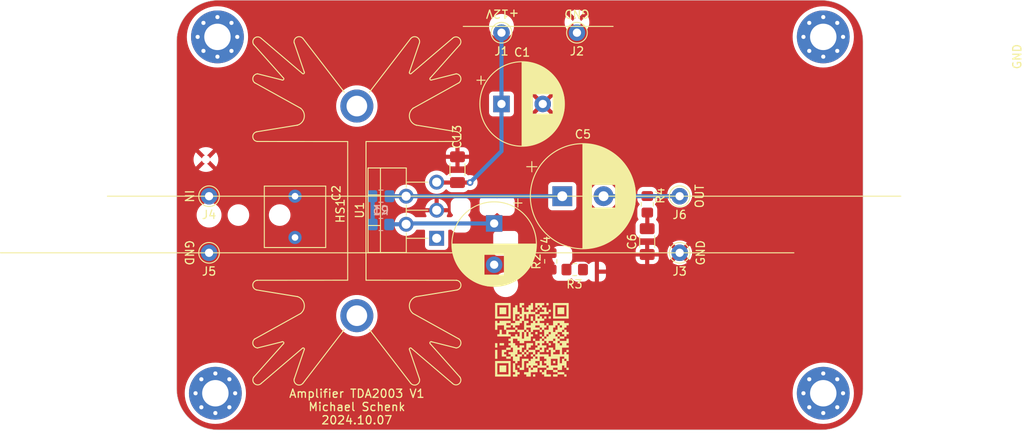
<source format=kicad_pcb>
(kicad_pcb (version 20240108) (generator "pcbnew") (generator_version "8.0")
  (layers (0 "F.Cu" signal) (31 "B.Cu" signal) (34 "B.Paste" user) (35 "F.Paste" user) (36 "B.SilkS" user "B.Silkscreen") (37 "F.SilkS" user "F.Silkscreen") (38 "B.Mask" user) (39 "F.Mask" user) (44 "Edge.Cuts" user))
  (net 0 "")
  (net 1 "GND")
  (net 2 "Net-(J4-Pin_1)")
  (net 3 "Net-(U1--)")
  (net 4 "+12V")
  (net 5 "Net-(C3-Pad2)")
  (net 6 "Net-(C3-Pad1)")
  (net 7 "Net-(C4-Pad2)")
  (net 8 "Net-(J6-Pin_1)")
  (net 9 "Net-(U1-+)")
  (net 10 "Net-(C6-Pad2)")
  (footprint "Capacitor_THT:CP_Radial_D10.0mm_P5.00mm" (layer "F.Cu") (at 160.655 108.458)
    (property "Reference" "C1" (at 2.5 -6.25 0) (layer "F.SilkS"))
    (property "Value" "470uF/35V")
    (pad "1" thru_hole rect (at 0 0) (size 2 2) (drill 1) (layers "*.Cu" "*.Mask") (net 4 "+12V"))
    (pad "2" thru_hole circle (at 5 0) (size 2 2) (drill 1) (layers "*.Cu" "*.Mask") (net 1 "GND"))
  )
  (footprint "Capacitor_THT:C_Rect_L7.2mm_W7.2mm_P5.00mm_FKS2_FKP2_MKS2_MKP2" (layer "F.Cu") (at 135.636 124.634 90)
    (property "Reference" "C2" (at 5.3721 5.0038 90) (layer "F.SilkS"))
    (property "Value" "3.3uF")
    (pad "1" thru_hole circle (at 0 0 90) (size 1.6 1.6) (drill 0.8) (layers "*.Cu" "*.Mask") (net 9 "Net-(U1-+)"))
    (pad "2" thru_hole circle (at 5 0 90) (size 1.6 1.6) (drill 0.8) (layers "*.Cu" "*.Mask") (net 2 "Net-(J4-Pin_1)"))
  )
  (footprint "Capacitor_THT:CP_Radial_D12.5mm_P5.00mm" (layer "F.Cu") (at 168.021 119.634)
    (property "Reference" "C5" (at 2.5 -7.5 0) (layer "F.SilkS"))
    (property "Value" "1000uF/35V")
    (pad "1" thru_hole rect (at 0 0) (size 2.4 2.4) (drill 1.2) (layers "*.Cu" "*.Mask") (net 5 "Net-(C3-Pad2)"))
    (pad "2" thru_hole circle (at 5 0) (size 2.4 2.4) (drill 1.2) (layers "*.Cu" "*.Mask") (net 8 "Net-(J6-Pin_1)"))
  )
  (footprint "Connector_Pin:Pin_D1.0mm_L10.0mm" (layer "F.Cu") (at 169.799 99.822)
    (property "Reference" "J2" (at 0 2.25 0) (layer "F.SilkS"))
    (property "Value" "Conn_01x01")
    (pad "1" thru_hole circle (at 0 0) (size 2 2) (drill 1) (layers "*.Cu" "*.Mask") (net 1 "GND"))
  )
  (footprint "Connector_Pin:Pin_D1.0mm_L10.0mm" (layer "F.Cu") (at 125.222 119.634)
    (property "Reference" "J4" (at 0 2.25 0) (layer "F.SilkS"))
    (property "Value" "Conn_01x01")
    (pad "1" thru_hole circle (at 0 0) (size 2 2) (drill 1) (layers "*.Cu" "*.Mask") (net 2 "Net-(J4-Pin_1)"))
  )
  (footprint "Resistor_SMD:R_0805_2012Metric_Pad1.20x1.40mm_HandSolder" (layer "F.Cu") (at 166.624 127.524 -90)
    (property "Reference" "R2" (at 0.016 1.7526 90) (layer "F.SilkS"))
    (property "Value" "220R")
    (pad "1" smd roundrect (at -1 0 270) (size 1.2 1.4) (layers "F.Cu" "F.Paste" "F.Mask") (roundrect_rratio 0.208333) (net 5 "Net-(C3-Pad2)"))
    (pad "2" smd roundrect (at 1 0 270) (size 1.2 1.4) (layers "F.Cu" "F.Paste" "F.Mask") (roundrect_rratio 0.208333) (net 7 "Net-(C4-Pad2)"))
  )
  (footprint "Resistor_SMD:R_0805_2012Metric_Pad1.20x1.40mm_HandSolder" (layer "F.Cu") (at 169.529 128.524)
    (property "Reference" "R3" (at -0.0348 1.778 0) (layer "F.SilkS"))
    (property "Value" "2R2")
    (pad "1" smd roundrect (at -1 0) (size 1.2 1.4) (layers "F.Cu" "F.Paste" "F.Mask") (roundrect_rratio 0.208333) (net 7 "Net-(C4-Pad2)"))
    (pad "2" smd roundrect (at 1 0) (size 1.2 1.4) (layers "F.Cu" "F.Paste" "F.Mask") (roundrect_rratio 0.208333) (net 1 "GND"))
  )
  (footprint "Resistor_SMD:R_0805_2012Metric_Pad1.20x1.40mm_HandSolder" (layer "F.Cu") (at 178.324 120.616 -90)
    (property "Reference" "R4" (at -1.0483 -1.5646 90) (layer "F.SilkS"))
    (property "Value" "1R")
    (pad "1" smd roundrect (at -1 0 270) (size 1.2 1.4) (layers "F.Cu" "F.Paste" "F.Mask") (roundrect_rratio 0.208333) (net 8 "Net-(J6-Pin_1)"))
    (pad "2" smd roundrect (at 1 0 270) (size 1.2 1.4) (layers "F.Cu" "F.Paste" "F.Mask") (roundrect_rratio 0.208333) (net 10 "Net-(C6-Pad2)"))
  )
  (footprint "MountingHole:MountingHole_3.2mm_M3_Pad_Via" (layer "F.Cu") (at 199.644 143.51)
    (property "Reference" "H2" (hide yes))
    (property "Value" "MountingHole")
    (pad "1" thru_hole circle (at -2.4 0) (size 0.8 0.8) (drill 0.5) (layers "*.Cu" "*.Mask"))
    (pad "1" thru_hole circle (at -1.697056 -1.697056) (size 0.8 0.8) (drill 0.5) (layers "*.Cu" "*.Mask"))
    (pad "1" thru_hole circle (at -1.697056 1.697056) (size 0.8 0.8) (drill 0.5) (layers "*.Cu" "*.Mask"))
    (pad "1" thru_hole circle (at 0 -2.4) (size 0.8 0.8) (drill 0.5) (layers "*.Cu" "*.Mask"))
    (pad "1" thru_hole circle (at 0 0) (size 6.4 6.4) (drill 3.2) (layers "*.Cu" "*.Mask"))
    (pad "1" thru_hole circle (at 0 2.4) (size 0.8 0.8) (drill 0.5) (layers "*.Cu" "*.Mask"))
    (pad "1" thru_hole circle (at 1.697056 -1.697056) (size 0.8 0.8) (drill 0.5) (layers "*.Cu" "*.Mask"))
    (pad "1" thru_hole circle (at 1.697056 1.697056) (size 0.8 0.8) (drill 0.5) (layers "*.Cu" "*.Mask"))
    (pad "1" thru_hole circle (at 2.4 0) (size 0.8 0.8) (drill 0.5) (layers "*.Cu" "*.Mask"))
  )
  (footprint "MountingHole:MountingHole_3.2mm_M3_Pad_Via" (layer "F.Cu") (at 199.644 100.33)
    (property "Reference" "H1" (hide yes))
    (property "Value" "MountingHole")
    (pad "1" thru_hole circle (at -2.4 0) (size 0.8 0.8) (drill 0.5) (layers "*.Cu" "*.Mask"))
    (pad "1" thru_hole circle (at -1.697056 -1.697056) (size 0.8 0.8) (drill 0.5) (layers "*.Cu" "*.Mask"))
    (pad "1" thru_hole circle (at -1.697056 1.697056) (size 0.8 0.8) (drill 0.5) (layers "*.Cu" "*.Mask"))
    (pad "1" thru_hole circle (at 0 -2.4) (size 0.8 0.8) (drill 0.5) (layers "*.Cu" "*.Mask"))
    (pad "1" thru_hole circle (at 0 0) (size 6.4 6.4) (drill 3.2) (layers "*.Cu" "*.Mask"))
    (pad "1" thru_hole circle (at 0 2.4) (size 0.8 0.8) (drill 0.5) (layers "*.Cu" "*.Mask"))
    (pad "1" thru_hole circle (at 1.697056 -1.697056) (size 0.8 0.8) (drill 0.5) (layers "*.Cu" "*.Mask"))
    (pad "1" thru_hole circle (at 1.697056 1.697056) (size 0.8 0.8) (drill 0.5) (layers "*.Cu" "*.Mask"))
    (pad "1" thru_hole circle (at 2.4 0) (size 0.8 0.8) (drill 0.5) (layers "*.Cu" "*.Mask"))
  )
  (footprint "MountingHole:MountingHole_3.2mm_M3_Pad_Via" (layer "F.Cu") (at 126.238 100.33)
    (property "Reference" "H4" (hide yes))
    (property "Value" "MountingHole")
    (pad "1" thru_hole circle (at -2.4 0) (size 0.8 0.8) (drill 0.5) (layers "*.Cu" "*.Mask"))
    (pad "1" thru_hole circle (at -1.697056 -1.697056) (size 0.8 0.8) (drill 0.5) (layers "*.Cu" "*.Mask"))
    (pad "1" thru_hole circle (at -1.697056 1.697056) (size 0.8 0.8) (drill 0.5) (layers "*.Cu" "*.Mask"))
    (pad "1" thru_hole circle (at 0 -2.4) (size 0.8 0.8) (drill 0.5) (layers "*.Cu" "*.Mask"))
    (pad "1" thru_hole circle (at 0 0) (size 6.4 6.4) (drill 3.2) (layers "*.Cu" "*.Mask"))
    (pad "1" thru_hole circle (at 0 2.4) (size 0.8 0.8) (drill 0.5) (layers "*.Cu" "*.Mask"))
    (pad "1" thru_hole circle (at 1.697056 -1.697056) (size 0.8 0.8) (drill 0.5) (layers "*.Cu" "*.Mask"))
    (pad "1" thru_hole circle (at 1.697056 1.697056) (size 0.8 0.8) (drill 0.5) (layers "*.Cu" "*.Mask"))
    (pad "1" thru_hole circle (at 2.4 0) (size 0.8 0.8) (drill 0.5) (layers "*.Cu" "*.Mask"))
  )
  (footprint "Connector_Pin:Pin_D1.0mm_L10.0mm" (layer "F.Cu") (at 182.245 119.634)
    (property "Reference" "J6" (at 0 2.25 0) (layer "F.SilkS"))
    (property "Value" "Conn_01x01")
    (pad "1" thru_hole circle (at 0 0) (size 2 2) (drill 1) (layers "*.Cu" "*.Mask") (net 8 "Net-(J6-Pin_1)"))
  )
  (footprint "Connector_Pin:Pin_D1.0mm_L10.0mm" (layer "F.Cu") (at 160.655 99.822)
    (property "Reference" "J1" (at 0 2.25 0) (layer "F.SilkS"))
    (property "Value" "Conn_01x01")
    (pad "1" thru_hole circle (at 0 0) (size 2 2) (drill 1) (layers "*.Cu" "*.Mask") (net 4 "+12V"))
  )
  (footprint "Connector_Pin:Pin_D1.0mm_L10.0mm" (layer "F.Cu") (at 182.245 126.492)
    (property "Reference" "J3" (at 0 2.25 0) (layer "F.SilkS"))
    (property "Value" "Conn_01x01")
    (pad "1" thru_hole circle (at 0 0) (size 2 2) (drill 1) (layers "*.Cu" "*.Mask") (net 1 "GND"))
  )
  (footprint "Connector_Pin:Pin_D1.0mm_L10.0mm" (layer "F.Cu") (at 125.222 126.492)
    (property "Reference" "J5" (at 0 2.25 0) (layer "F.SilkS"))
    (property "Value" "Conn_01x01")
    (pad "1" thru_hole circle (at 0 0) (size 2 2) (drill 1) (layers "*.Cu" "*.Mask") (net 1 "GND"))
  )
  (footprint "Capacitor_SMD:C_1206_3216Metric_Pad1.33x1.80mm_HandSolder" (layer "F.Cu") (at 155.321 116.4205 -90)
    (property "Reference" "C13" (at -3.9747 0.0508 90) (layer "F.SilkS"))
    (property "Value" "100nF")
    (pad "1" smd roundrect (at -1.5625 0 270) (size 1.325 1.8) (layers "F.Cu" "F.Paste" "F.Mask") (roundrect_rratio 0.188679) (net 1 "GND"))
    (pad "2" smd roundrect (at 1.5625 0 270) (size 1.325 1.8) (layers "F.Cu" "F.Paste" "F.Mask") (roundrect_rratio 0.188679) (net 4 "+12V"))
  )
  (footprint "MountingHole:MountingHole_3.2mm_M3_Pad_Via" (layer "F.Cu") (at 125.984 143.51)
    (property "Reference" "H3" (hide yes))
    (property "Value" "MountingHole")
    (pad "1" thru_hole circle (at -2.4 0) (size 0.8 0.8) (drill 0.5) (layers "*.Cu" "*.Mask"))
    (pad "1" thru_hole circle (at -1.697056 -1.697056) (size 0.8 0.8) (drill 0.5) (layers "*.Cu" "*.Mask"))
    (pad "1" thru_hole circle (at -1.697056 1.697056) (size 0.8 0.8) (drill 0.5) (layers "*.Cu" "*.Mask"))
    (pad "1" thru_hole circle (at 0 -2.4) (size 0.8 0.8) (drill 0.5) (layers "*.Cu" "*.Mask"))
    (pad "1" thru_hole circle (at 0 0) (size 6.4 6.4) (drill 3.2) (layers "*.Cu" "*.Mask"))
    (pad "1" thru_hole circle (at 0 2.4) (size 0.8 0.8) (drill 0.5) (layers "*.Cu" "*.Mask"))
    (pad "1" thru_hole circle (at 1.697056 -1.697056) (size 0.8 0.8) (drill 0.5) (layers "*.Cu" "*.Mask"))
    (pad "1" thru_hole circle (at 1.697056 1.697056) (size 0.8 0.8) (drill 0.5) (layers "*.Cu" "*.Mask"))
    (pad "1" thru_hole circle (at 2.4 0) (size 0.8 0.8) (drill 0.5) (layers "*.Cu" "*.Mask"))
  )
  (footprint "Capacitor_THT:CP_Radial_D10.0mm_P5.00mm" (layer "F.Cu") (at 159.766 122.936 -90)
    (property "Reference" "C4" (at 2.5 -6.25 90) (layer "F.SilkS"))
    (property "Value" "470uF/35V")
    (pad "1" thru_hole rect (at 0 0 270) (size 2 2) (drill 1) (layers "*.Cu" "*.Mask") (net 3 "Net-(U1--)"))
    (pad "2" thru_hole circle (at 5 0 270) (size 2 2) (drill 1) (layers "*.Cu" "*.Mask") (net 7 "Net-(C4-Pad2)"))
  )
  (footprint "Capacitor_SMD:C_1206_3216Metric_Pad1.33x1.80mm_HandSolder" (layer "F.Cu") (at 178.308 125.1335 90)
    (property "Reference" "C6" (at 0 -1.85 90) (layer "F.SilkS"))
    (property "Value" "100nF")
    (pad "1" smd roundrect (at -1.5625 0 90) (size 1.325 1.8) (layers "F.Cu" "F.Paste" "F.Mask") (roundrect_rratio 0.188679) (net 1 "GND"))
    (pad "2" smd roundrect (at 1.5625 0 90) (size 1.325 1.8) (layers "F.Cu" "F.Paste" "F.Mask") (roundrect_rratio 0.188679) (net 10 "Net-(C6-Pad2)"))
  )
  (footprint "Package_TO_SOT_THT:TO-220-5_P3.4x3.7mm_StaggerOdd_Lead3.8mm_Vertical" (layer "F.Cu") (at 152.798 124.734 90)
    (property "Reference" "U1" (at 3.4 -9.32 90) (layer "F.SilkS"))
    (property "Value" "TDA2003")
    (pad "1" thru_hole rect (at 0 0 90) (size 1.8 1.8) (drill 1.1) (layers "*.Cu" "*.Mask") (net 9 "Net-(U1-+)"))
    (pad "2" thru_hole oval (at 1.7 -3.7 90) (size 1.8 1.8) (drill 1.1) (layers "*.Cu" "*.Mask") (net 3 "Net-(U1--)"))
    (pad "3" thru_hole oval (at 3.4 0 90) (size 1.8 1.8) (drill 1.1) (layers "*.Cu" "*.Mask") (net 1 "GND"))
    (pad "4" thru_hole oval (at 5.1 -3.7 90) (size 1.8 1.8) (drill 1.1) (layers "*.Cu" "*.Mask") (net 5 "Net-(C3-Pad2)"))
    (pad "5" thru_hole oval (at 6.8 0 90) (size 1.8 1.8) (drill 1.1) (layers "*.Cu" "*.Mask") (net 4 "+12V"))
  )
  (footprint "LOGO" (layer "F.Cu") (at 164.338 137.033)
    (property "Reference" "G***" (hide yes))
    (property "Value" "LOGO" (hide yes))
  )
  (footprint "Heatsink:Heatsink_Fischer_SK129-STS_42x25mm_2xDrill2.5mm" (layer "F.Cu") (at 143.129 121.412 90)
    (property "Reference" "HS1" (at 0 -2 90) (layer "F.SilkS"))
    (property "Value" "Heatsink")
    (pad "1" thru_hole circle (at -12.7 0 270) (size 4 4) (drill 2.5) (layers "*.Cu" "*.Mask"))
    (pad "1" thru_hole circle (at 12.7 0 90) (size 4 4) (drill 2.5) (layers "*.Cu" "*.Mask"))
  )
  (footprint "Resistor_SMD:R_0805_2012Metric_Pad1.20x1.40mm_HandSolder" (layer "B.Cu") (at 146.05 123.063 180)
    (property "Reference" "R1" (at 0 1.65 0) (layer "B.SilkS") (effects (justify mirror)))
    (property "Value" "39R")
    (pad "1" smd roundrect (at -1 0 180) (size 1.2 1.4) (layers "B.Cu" "B.Paste" "B.Mask") (roundrect_rratio 0.208333) (net 3 "Net-(U1--)"))
    (pad "2" smd roundrect (at 1 0 180) (size 1.2 1.4) (layers "B.Cu" "B.Paste" "B.Mask") (roundrect_rratio 0.208333) (net 6 "Net-(C3-Pad1)"))
  )
  (footprint "Capacitor_SMD:C_0805_2012Metric_Pad1.18x1.45mm_HandSolder" (layer "B.Cu") (at 146.05 119.634)
    (property "Reference" "C3" (at 0 1.68 0) (layer "B.SilkS") (effects (justify mirror)))
    (property "Value" "39nF/100V/C0G")
    (pad "1" smd roundrect (at -1.0375 0) (size 1.175 1.45) (layers "B.Cu" "B.Paste" "B.Mask") (roundrect_rratio 0.212766) (net 6 "Net-(C3-Pad1)"))
    (pad "2" smd roundrect (at 1.0375 0) (size 1.175 1.45) (layers "B.Cu" "B.Paste" "B.Mask") (roundrect_rratio 0.212766) (net 5 "Net-(C3-Pad2)"))
  )
  (gr_line (start 112.903 119.634) (end 209.042 119.634) (stroke (width 0.12)) (layer "F.SilkS"))
  (gr_line (start 99.949 126.492) (end 196.088 126.492) (stroke (width 0.12)) (layer "F.SilkS"))
  (gr_line (start 174.1805 99.06) (end 156.0195 99.06) (stroke (width 0.12)) (layer "F.SilkS"))
  (gr_line (start 121.285 142.955) (end 121.285 100.885) (stroke (width 0.05)) (layer "Edge.Cuts"))
  (gr_line (start 204.47 100.885) (end 204.47 142.955) (stroke (width 0.05)) (layer "Edge.Cuts"))
  (gr_arc (start 204.47 142.955) (mid 203.005534 146.490534) (end 199.47 147.955) (stroke (width 0.05)) (layer "Edge.Cuts"))
  (gr_arc (start 126.285 147.955) (mid 122.749466 146.490534) (end 121.285 142.955) (stroke (width 0.05)) (layer "Edge.Cuts"))
  (gr_line (start 199.47 147.955) (end 126.285 147.955) (stroke (width 0.05)) (layer "Edge.Cuts"))
  (gr_arc (start 199.47 95.885) (mid 203.005534 97.349466) (end 204.47 100.885) (stroke (width 0.05)) (layer "Edge.Cuts"))
  (gr_line (start 126.285 95.885) (end 199.47 95.885) (stroke (width 0.05)) (layer "Edge.Cuts"))
  (gr_arc (start 121.285 100.885) (mid 122.749466 97.349466) (end 126.285 95.885) (stroke (width 0.05)) (layer "Edge.Cuts"))
  (gr_text "GND" (at 223.139 102.7176 90) (layer "F.SilkS") (effects (font (size 1 1))))
  (gr_text "OUT" (at 184.658 119.634 90) (layer "F.SilkS") (effects (font (size 1 1))))
  (gr_text "GND" (at 169.799 97.536 180) (layer "F.SilkS") (effects (font (size 1 1))))
  (gr_text "+12V" (at 160.782 97.536 180) (layer "F.SilkS") (effects (font (size 1 1))))
  (gr_text "Amplifier TDA2003 V1\nMichael Schenk\n2024.10.07" (at 143.129 145.161 0) (layer "F.SilkS") (effects (font (size 1 1))))
  (gr_text "IN" (at 122.809 119.634 270) (layer "F.SilkS") (effects (font (size 1 1))))
  (gr_text "GND" (at 184.785 126.492 90) (layer "F.SilkS") (effects (font (size 1 1))))
  (gr_text "GND" (at 122.809 126.492 270) (layer "F.SilkS") (effects (font (size 1 1))))
  (segment (start 149.196 122.936) (end 149.098 123.034) (width 0.5) (layer "B.Cu") (net 3))
  (segment (start 149.098 123.034) (end 147.079 123.034) (width 0.5) (layer "B.Cu") (net 3))
  (segment (start 159.766 122.936) (end 149.196 122.936) (width 0.5) (layer "B.Cu") (net 3))
  (segment (start 147.079 123.034) (end 147.05 123.063) (width 0.5) (layer "B.Cu") (net 3))
  (segment (start 155.321 117.983) (end 156.845 117.983) (width 0.5) (layer "F.Cu") (net 4))
  (segment (start 155.321 117.983) (end 152.847 117.983) (width 0.5) (layer "F.Cu") (net 4))
  (segment (start 152.847 117.983) (end 152.798 117.934) (width 0.5) (layer "F.Cu") (net 4))
  (via (at 156.845 117.983) (size 0.8) (drill 0.4) (layers "F.Cu" "B.Cu") (net 4))
  (segment (start 156.845 117.983) (end 160.655 114.173) (width 0.5) (layer "B.Cu") (net 4))
  (segment (start 160.655 108.458) (end 160.655 99.06) (width 0.5) (layer "B.Cu") (net 4))
  (segment (start 160.655 114.173) (end 160.655 108.458) (width 0.5) (layer "B.Cu") (net 4))
  (segment (start 168.99 120.523) (end 168.101 119.634) (width 0.25) (layer "B.Cu") (net 5))
  (segment (start 168.021 119.634) (end 149.098 119.634) (width 0.5) (layer "B.Cu") (net 5))
  (segment (start 149.098 119.634) (end 147.0875 119.634) (width 0.5) (layer "B.Cu") (net 5))
  (segment (start 145.05 123.063) (end 145.05 119.6715) (width 0.5) (layer "B.Cu") (net 6))
  (segment (start 145.05 119.6715) (end 145.0125 119.634) (width 0.5) (layer "B.Cu") (net 6))
  (segment (start 182.245 119.634) (end 178.342 119.634) (width 0.5) (layer "F.Cu") (net 8))
  (segment (start 178.342 119.634) (end 178.324 119.616) (width 0.5) (layer "F.Cu") (net 8))
  (segment (start 173.021 119.634) (end 182.245 119.634) (width 0.5) (layer "B.Cu") (net 8))
  (segment (start 178.324 123.555) (end 178.308 123.571) (width 0.5) (layer "F.Cu") (net 10))
  (segment (start 178.324 121.616) (end 178.324 123.555) (width 0.5) (layer "F.Cu") (net 10))
  (zone (net 1) (net_name "GND") (layer "F.Cu") (connect_pads (clearance 0.508)) (min_thickness 0.25) (fill yes (thermal_gap 0.5) (thermal_bridge_width 0.5))
    (polygon (pts (xy 121.285 95.885) (xy 204.47 95.885) (xy 204.47 147.955) (xy 121.285 147.955)))
  )
)
</source>
